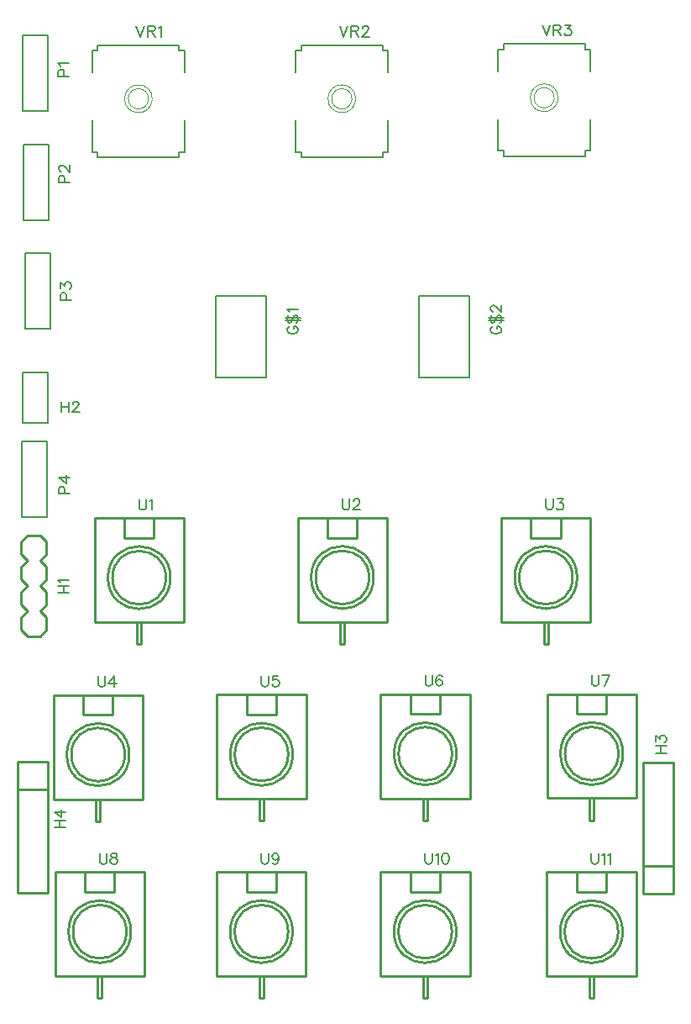
<source format=gto>
G04 ---------------------------- Layer name :TOP SILK LAYER*
G04 EasyEDA v5.6.10, Fri, 20 Jul 2018 15:00:38 GMT*
G04 107905ebd11d4209b34b6b689eea119d*
G04 Gerber Generator version 0.2*
G04 Scale: 100 percent, Rotated: No, Reflected: No *
G04 Dimensions in millimeters *
G04 leading zeros omitted , absolute positions ,3 integer and 3 decimal *
%FSLAX33Y33*%
%MOMM*%
G90*
G71D02*

%ADD10C,0.254000*%
%ADD23C,0.203200*%
%ADD24C,0.127000*%
%ADD25C,0.202999*%
%ADD26C,0.050800*%
%ADD27C,0.177800*%

%LPD*%
G54D23*
G01X7945Y97038D02*
G01X7945Y99238D01*
G01X8495Y99238D01*
G01X8495Y99788D01*
G01X16695Y99788D01*
G01X16695Y99238D01*
G01X17245Y99238D01*
G01X17245Y97038D01*
G01X17245Y92238D02*
G01X17245Y89038D01*
G01X16695Y89038D01*
G01X16695Y88488D01*
G01X8495Y88488D01*
G01X8495Y89038D01*
G01X7945Y89038D01*
G01X7945Y92238D01*
G01X28453Y97038D02*
G01X28453Y99238D01*
G01X29003Y99238D01*
G01X29003Y99788D01*
G01X37203Y99788D01*
G01X37203Y99238D01*
G01X37753Y99238D01*
G01X37753Y97038D01*
G01X37753Y92238D02*
G01X37753Y89038D01*
G01X37203Y89038D01*
G01X37203Y88488D01*
G01X29003Y88488D01*
G01X29003Y89038D01*
G01X28453Y89038D01*
G01X28453Y92238D01*
G01X48859Y97140D02*
G01X48859Y99340D01*
G01X49409Y99340D01*
G01X49409Y99890D01*
G01X57609Y99890D01*
G01X57609Y99340D01*
G01X58160Y99340D01*
G01X58160Y97140D01*
G01X58160Y92340D02*
G01X58160Y89140D01*
G01X57609Y89140D01*
G01X57609Y88590D01*
G01X49409Y88590D01*
G01X49409Y89140D01*
G01X48859Y89140D01*
G01X48859Y92340D01*
G54D24*
G01X25438Y74559D02*
G01X25438Y66359D01*
G01X20358Y66359D01*
G01X20358Y74559D01*
G01X25438Y74559D01*
G01X45938Y74559D02*
G01X45938Y66359D01*
G01X40858Y66359D01*
G01X40858Y74559D01*
G01X45938Y74559D01*
G54D23*
G01X910Y66832D02*
G01X3450Y66832D01*
G01X3450Y61752D01*
G01X910Y61752D01*
G01X910Y63657D01*
G54D25*
G01X910Y66832D02*
G01X910Y63657D01*
G54D23*
G01X942Y95088D02*
G01X942Y93183D01*
G01X3482Y93183D01*
G01X3482Y100803D01*
G01X942Y100803D01*
G54D25*
G01X942Y100803D02*
G01X942Y95088D01*
G54D23*
G01X995Y84039D02*
G01X995Y82134D01*
G01X3535Y82134D01*
G01X3535Y89754D01*
G01X995Y89754D01*
G54D25*
G01X995Y89754D02*
G01X995Y84039D01*
G54D23*
G01X1175Y73117D02*
G01X1175Y71212D01*
G01X3715Y71212D01*
G01X3715Y78832D01*
G01X1175Y78832D01*
G54D25*
G01X1175Y78832D02*
G01X1175Y73117D01*
G54D23*
G01X3386Y57967D02*
G01X3386Y59872D01*
G01X846Y59872D01*
G01X846Y52252D01*
G01X3386Y52252D01*
G54D25*
G01X3386Y52252D02*
G01X3386Y57967D01*
G54D10*
G01X17165Y52155D02*
G01X17165Y41665D01*
G01X12872Y41665D01*
G01X8173Y41665D01*
G01X8173Y52155D01*
G01X11170Y52155D01*
G01X14168Y52155D01*
G01X17165Y52155D01*
G01X11170Y52155D02*
G01X11170Y50148D01*
G01X14168Y50148D01*
G01X14168Y52155D01*
G01X12466Y41563D02*
G01X12466Y39455D01*
G01X12872Y39455D01*
G01X12872Y41665D01*
G01X37658Y52173D02*
G01X37658Y41682D01*
G01X33365Y41682D01*
G01X28666Y41682D01*
G01X28666Y52173D01*
G01X31663Y52173D01*
G01X34660Y52173D01*
G01X37658Y52173D01*
G01X31663Y52173D02*
G01X31663Y50166D01*
G01X34660Y50166D01*
G01X34660Y52173D01*
G01X32959Y41581D02*
G01X32959Y39473D01*
G01X33365Y39473D01*
G01X33365Y41682D01*
G01X58181Y52173D02*
G01X58181Y41682D01*
G01X53888Y41682D01*
G01X49189Y41682D01*
G01X49189Y52173D01*
G01X52186Y52173D01*
G01X55184Y52173D01*
G01X58181Y52173D01*
G01X52186Y52173D02*
G01X52186Y50166D01*
G01X55184Y50166D01*
G01X55184Y52173D01*
G01X53482Y41581D02*
G01X53482Y39473D01*
G01X53888Y39473D01*
G01X53888Y41682D01*
G01X13021Y34333D02*
G01X13021Y23843D01*
G01X8728Y23843D01*
G01X4029Y23843D01*
G01X4029Y34333D01*
G01X7026Y34333D01*
G01X10023Y34333D01*
G01X13021Y34333D01*
G01X7026Y34333D02*
G01X7026Y32327D01*
G01X10023Y32327D01*
G01X10023Y34333D01*
G01X8322Y23742D02*
G01X8322Y21633D01*
G01X8728Y21633D01*
G01X8728Y23843D01*
G01X29503Y34367D02*
G01X29503Y23877D01*
G01X25211Y23877D01*
G01X20512Y23877D01*
G01X20512Y34367D01*
G01X23509Y34367D01*
G01X26506Y34367D01*
G01X29503Y34367D01*
G01X23509Y34367D02*
G01X23509Y32361D01*
G01X26506Y32361D01*
G01X26506Y34367D01*
G01X24804Y23775D02*
G01X24804Y21667D01*
G01X25211Y21667D01*
G01X25211Y23877D01*
G01X46019Y34418D02*
G01X46019Y23928D01*
G01X41727Y23928D01*
G01X37028Y23928D01*
G01X37028Y34418D01*
G01X40025Y34418D01*
G01X43022Y34418D01*
G01X46019Y34418D01*
G01X40025Y34418D02*
G01X40025Y32411D01*
G01X43022Y32411D01*
G01X43022Y34418D01*
G01X41320Y23826D02*
G01X41320Y21718D01*
G01X41727Y21718D01*
G01X41727Y23928D01*
G01X62798Y34436D02*
G01X62798Y23946D01*
G01X58506Y23946D01*
G01X53807Y23946D01*
G01X53807Y34436D01*
G01X56804Y34436D01*
G01X59801Y34436D01*
G01X62798Y34436D01*
G01X56804Y34436D02*
G01X56804Y32429D01*
G01X59801Y32429D01*
G01X59801Y34436D01*
G01X58099Y23844D02*
G01X58099Y21736D01*
G01X58506Y21736D01*
G01X58506Y23946D01*
G01X13190Y16503D02*
G01X13190Y6013D01*
G01X8897Y6013D01*
G01X4198Y6013D01*
G01X4198Y16503D01*
G01X7195Y16503D01*
G01X10193Y16503D01*
G01X13190Y16503D01*
G01X7195Y16503D02*
G01X7195Y14497D01*
G01X10193Y14497D01*
G01X10193Y16503D01*
G01X8491Y5912D02*
G01X8491Y3803D01*
G01X8897Y3803D01*
G01X8897Y6013D01*
G01X29497Y16503D02*
G01X29497Y6013D01*
G01X25204Y6013D01*
G01X20505Y6013D01*
G01X20505Y16503D01*
G01X23502Y16503D01*
G01X26499Y16503D01*
G01X29497Y16503D01*
G01X23502Y16503D02*
G01X23502Y14497D01*
G01X26499Y14497D01*
G01X26499Y16503D01*
G01X24798Y5912D02*
G01X24798Y3803D01*
G01X25204Y3803D01*
G01X25204Y6013D01*
G01X46009Y16503D02*
G01X46009Y6013D01*
G01X41716Y6013D01*
G01X37017Y6013D01*
G01X37017Y16503D01*
G01X40015Y16503D01*
G01X43012Y16503D01*
G01X46009Y16503D01*
G01X40015Y16503D02*
G01X40015Y14497D01*
G01X43012Y14497D01*
G01X43012Y16503D01*
G01X41310Y5912D02*
G01X41310Y3803D01*
G01X41716Y3803D01*
G01X41716Y6013D01*
G01X62773Y16493D02*
G01X62773Y6003D01*
G01X58480Y6003D01*
G01X53781Y6003D01*
G01X53781Y16493D01*
G01X56779Y16493D01*
G01X59776Y16493D01*
G01X62773Y16493D01*
G01X56779Y16493D02*
G01X56779Y14487D01*
G01X59776Y14487D01*
G01X59776Y16493D01*
G01X58074Y5901D02*
G01X58074Y3793D01*
G01X58480Y3793D01*
G01X58480Y6003D01*
G01X1413Y42789D02*
G01X778Y43424D01*
G01X778Y44694D01*
G01X1413Y45329D01*
G01X2683Y45329D02*
G01X3318Y45964D01*
G01X3318Y47234D01*
G01X2683Y47869D01*
G01X1413Y45329D02*
G01X778Y45964D01*
G01X778Y47234D01*
G01X1413Y47869D01*
G01X2683Y40249D02*
G01X1413Y40249D01*
G01X2683Y47869D02*
G01X3318Y48504D01*
G01X3318Y49774D01*
G01X2683Y50409D01*
G01X1413Y47869D02*
G01X778Y48504D01*
G01X778Y49774D01*
G01X1413Y50409D01*
G01X2683Y50409D02*
G01X1413Y50409D01*
G01X2683Y40249D02*
G01X3318Y40884D01*
G01X3318Y42154D01*
G01X2683Y42789D01*
G01X1413Y40249D02*
G01X778Y40884D01*
G01X778Y42154D01*
G01X1413Y42789D01*
G01X2683Y42789D02*
G01X3318Y43424D01*
G01X3318Y44694D01*
G01X2683Y45329D01*
G01X63490Y14353D02*
G01X63490Y27561D01*
G01X66538Y27561D01*
G01X66538Y14353D01*
G01X63490Y14353D01*
G01X63490Y17147D02*
G01X66538Y17147D01*
G01X3471Y27591D02*
G01X3471Y14383D01*
G01X423Y14383D01*
G01X423Y27591D01*
G01X3471Y27591D01*
G01X3471Y24797D02*
G01X423Y24797D01*
G54D27*
G01X12381Y101727D02*
G01X12798Y100637D01*
G01X13212Y101727D02*
G01X12798Y100637D01*
G01X13555Y101727D02*
G01X13555Y100637D01*
G01X13555Y101727D02*
G01X14022Y101727D01*
G01X14179Y101676D01*
G01X14230Y101625D01*
G01X14284Y101521D01*
G01X14284Y101417D01*
G01X14230Y101312D01*
G01X14179Y101259D01*
G01X14022Y101208D01*
G01X13555Y101208D01*
G01X13918Y101208D02*
G01X14284Y100637D01*
G01X14626Y101521D02*
G01X14731Y101572D01*
G01X14886Y101727D01*
G01X14886Y100637D01*
G01X32889Y101727D02*
G01X33306Y100637D01*
G01X33720Y101727D02*
G01X33306Y100637D01*
G01X34063Y101727D02*
G01X34063Y100637D01*
G01X34063Y101727D02*
G01X34530Y101727D01*
G01X34687Y101676D01*
G01X34738Y101625D01*
G01X34792Y101521D01*
G01X34792Y101417D01*
G01X34738Y101312D01*
G01X34687Y101259D01*
G01X34530Y101208D01*
G01X34063Y101208D01*
G01X34426Y101208D02*
G01X34792Y100637D01*
G01X35185Y101467D02*
G01X35185Y101521D01*
G01X35239Y101625D01*
G01X35289Y101676D01*
G01X35394Y101727D01*
G01X35602Y101727D01*
G01X35706Y101676D01*
G01X35757Y101625D01*
G01X35810Y101521D01*
G01X35810Y101417D01*
G01X35757Y101312D01*
G01X35653Y101155D01*
G01X35134Y100637D01*
G01X35861Y100637D01*
G01X53295Y101828D02*
G01X53712Y100738D01*
G01X54126Y101828D02*
G01X53712Y100738D01*
G01X54469Y101828D02*
G01X54469Y100738D01*
G01X54469Y101828D02*
G01X54936Y101828D01*
G01X55094Y101777D01*
G01X55145Y101727D01*
G01X55198Y101622D01*
G01X55198Y101518D01*
G01X55145Y101414D01*
G01X55094Y101361D01*
G01X54936Y101310D01*
G01X54469Y101310D01*
G01X54832Y101310D02*
G01X55198Y100738D01*
G01X55645Y101828D02*
G01X56216Y101828D01*
G01X55904Y101414D01*
G01X56059Y101414D01*
G01X56163Y101361D01*
G01X56216Y101310D01*
G01X56267Y101155D01*
G01X56267Y101051D01*
G01X56216Y100893D01*
G01X56112Y100789D01*
G01X55955Y100738D01*
G01X55800Y100738D01*
G01X55645Y100789D01*
G01X55592Y100843D01*
G01X55541Y100947D01*
G01X27869Y71493D02*
G01X27764Y71440D01*
G01X27660Y71336D01*
G01X27610Y71234D01*
G01X27610Y71026D01*
G01X27660Y70922D01*
G01X27764Y70817D01*
G01X27869Y70764D01*
G01X28024Y70713D01*
G01X28283Y70713D01*
G01X28440Y70764D01*
G01X28544Y70817D01*
G01X28648Y70922D01*
G01X28699Y71026D01*
G01X28699Y71234D01*
G01X28648Y71336D01*
G01X28544Y71440D01*
G01X28440Y71493D01*
G01X28283Y71493D01*
G01X28283Y71234D02*
G01X28283Y71493D01*
G01X27401Y72095D02*
G01X28907Y72095D01*
G01X27401Y72303D02*
G01X28907Y72303D01*
G01X27764Y72562D02*
G01X27660Y72458D01*
G01X27610Y72303D01*
G01X27610Y72095D01*
G01X27660Y71940D01*
G01X27764Y71836D01*
G01X27869Y71836D01*
G01X27973Y71887D01*
G01X28024Y71940D01*
G01X28077Y72044D01*
G01X28181Y72354D01*
G01X28232Y72458D01*
G01X28283Y72512D01*
G01X28387Y72562D01*
G01X28544Y72562D01*
G01X28648Y72458D01*
G01X28699Y72303D01*
G01X28699Y72095D01*
G01X28648Y71940D01*
G01X28544Y71836D01*
G01X27815Y72905D02*
G01X27764Y73010D01*
G01X27610Y73164D01*
G01X28699Y73164D01*
G01X48369Y71493D02*
G01X48264Y71440D01*
G01X48160Y71336D01*
G01X48110Y71234D01*
G01X48110Y71026D01*
G01X48160Y70922D01*
G01X48264Y70817D01*
G01X48369Y70764D01*
G01X48524Y70713D01*
G01X48783Y70713D01*
G01X48940Y70764D01*
G01X49044Y70817D01*
G01X49148Y70922D01*
G01X49199Y71026D01*
G01X49199Y71234D01*
G01X49148Y71336D01*
G01X49044Y71440D01*
G01X48940Y71493D01*
G01X48783Y71493D01*
G01X48783Y71234D02*
G01X48783Y71493D01*
G01X47901Y72095D02*
G01X49407Y72095D01*
G01X47901Y72303D02*
G01X49407Y72303D01*
G01X48264Y72562D02*
G01X48160Y72458D01*
G01X48110Y72303D01*
G01X48110Y72095D01*
G01X48160Y71940D01*
G01X48264Y71836D01*
G01X48369Y71836D01*
G01X48473Y71887D01*
G01X48524Y71940D01*
G01X48577Y72044D01*
G01X48681Y72354D01*
G01X48732Y72458D01*
G01X48783Y72512D01*
G01X48887Y72562D01*
G01X49044Y72562D01*
G01X49148Y72458D01*
G01X49199Y72303D01*
G01X49199Y72095D01*
G01X49148Y71940D01*
G01X49044Y71836D01*
G01X48369Y72959D02*
G01X48315Y72959D01*
G01X48211Y73010D01*
G01X48160Y73063D01*
G01X48110Y73164D01*
G01X48110Y73373D01*
G01X48160Y73477D01*
G01X48211Y73530D01*
G01X48315Y73581D01*
G01X48419Y73581D01*
G01X48524Y73530D01*
G01X48681Y73426D01*
G01X49199Y72905D01*
G01X49199Y73634D01*
G01X4847Y63899D02*
G01X4847Y62809D01*
G01X5574Y63899D02*
G01X5574Y62809D01*
G01X4847Y63381D02*
G01X5574Y63381D01*
G01X5970Y63640D02*
G01X5970Y63693D01*
G01X6021Y63797D01*
G01X6074Y63848D01*
G01X6178Y63899D01*
G01X6384Y63899D01*
G01X6488Y63848D01*
G01X6542Y63797D01*
G01X6592Y63693D01*
G01X6592Y63589D01*
G01X6542Y63485D01*
G01X6438Y63327D01*
G01X5917Y62809D01*
G01X6646Y62809D01*
G01X4511Y96612D02*
G01X5601Y96612D01*
G01X4511Y96612D02*
G01X4511Y97080D01*
G01X4562Y97235D01*
G01X4613Y97288D01*
G01X4717Y97339D01*
G01X4874Y97339D01*
G01X4979Y97288D01*
G01X5029Y97235D01*
G01X5083Y97080D01*
G01X5083Y96612D01*
G01X4717Y97682D02*
G01X4666Y97786D01*
G01X4511Y97943D01*
G01X5601Y97943D01*
G01X4564Y85944D02*
G01X5654Y85944D01*
G01X4564Y85944D02*
G01X4564Y86412D01*
G01X4615Y86567D01*
G01X4666Y86620D01*
G01X4770Y86671D01*
G01X4927Y86671D01*
G01X5031Y86620D01*
G01X5082Y86567D01*
G01X5136Y86412D01*
G01X5136Y85944D01*
G01X4823Y87067D02*
G01X4770Y87067D01*
G01X4666Y87118D01*
G01X4615Y87171D01*
G01X4564Y87275D01*
G01X4564Y87481D01*
G01X4615Y87585D01*
G01X4666Y87639D01*
G01X4770Y87689D01*
G01X4874Y87689D01*
G01X4978Y87639D01*
G01X5136Y87534D01*
G01X5654Y87014D01*
G01X5654Y87743D01*
G01X4744Y74133D02*
G01X5834Y74133D01*
G01X4744Y74133D02*
G01X4744Y74601D01*
G01X4795Y74756D01*
G01X4846Y74809D01*
G01X4950Y74860D01*
G01X5107Y74860D01*
G01X5211Y74809D01*
G01X5262Y74756D01*
G01X5316Y74601D01*
G01X5316Y74133D01*
G01X4744Y75307D02*
G01X4744Y75878D01*
G01X5158Y75568D01*
G01X5158Y75723D01*
G01X5211Y75828D01*
G01X5262Y75878D01*
G01X5417Y75932D01*
G01X5521Y75932D01*
G01X5679Y75878D01*
G01X5783Y75774D01*
G01X5834Y75619D01*
G01X5834Y75464D01*
G01X5783Y75307D01*
G01X5730Y75256D01*
G01X5625Y75203D01*
G01X4585Y54623D02*
G01X5674Y54623D01*
G01X4585Y54623D02*
G01X4585Y55090D01*
G01X4635Y55245D01*
G01X4686Y55298D01*
G01X4790Y55349D01*
G01X4948Y55349D01*
G01X5052Y55298D01*
G01X5103Y55245D01*
G01X5156Y55090D01*
G01X5156Y54623D01*
G01X4585Y56213D02*
G01X5311Y55692D01*
G01X5311Y56472D01*
G01X4585Y56213D02*
G01X5674Y56213D01*
G01X12669Y54073D02*
G01X12669Y53296D01*
G01X12720Y53139D01*
G01X12824Y53034D01*
G01X12982Y52984D01*
G01X13086Y52984D01*
G01X13241Y53034D01*
G01X13345Y53139D01*
G01X13396Y53296D01*
G01X13396Y54073D01*
G01X13739Y53868D02*
G01X13843Y53918D01*
G01X14000Y54073D01*
G01X14000Y52984D01*
G01X33161Y54089D02*
G01X33161Y53312D01*
G01X33212Y53155D01*
G01X33316Y53050D01*
G01X33474Y53000D01*
G01X33578Y53000D01*
G01X33733Y53050D01*
G01X33837Y53155D01*
G01X33888Y53312D01*
G01X33888Y54089D01*
G01X34284Y53830D02*
G01X34284Y53884D01*
G01X34335Y53988D01*
G01X34388Y54039D01*
G01X34492Y54089D01*
G01X34698Y54089D01*
G01X34802Y54039D01*
G01X34855Y53988D01*
G01X34906Y53884D01*
G01X34906Y53779D01*
G01X34855Y53675D01*
G01X34751Y53518D01*
G01X34231Y53000D01*
G01X34960Y53000D01*
G01X53685Y54089D02*
G01X53685Y53312D01*
G01X53736Y53155D01*
G01X53840Y53050D01*
G01X53998Y53000D01*
G01X54102Y53000D01*
G01X54257Y53050D01*
G01X54361Y53155D01*
G01X54412Y53312D01*
G01X54412Y54089D01*
G01X54859Y54089D02*
G01X55430Y54089D01*
G01X55120Y53675D01*
G01X55275Y53675D01*
G01X55379Y53622D01*
G01X55430Y53571D01*
G01X55484Y53416D01*
G01X55484Y53312D01*
G01X55430Y53155D01*
G01X55326Y53050D01*
G01X55171Y53000D01*
G01X55016Y53000D01*
G01X54859Y53050D01*
G01X54808Y53104D01*
G01X54755Y53208D01*
G01X8526Y36252D02*
G01X8526Y35475D01*
G01X8576Y35317D01*
G01X8681Y35213D01*
G01X8838Y35162D01*
G01X8942Y35162D01*
G01X9097Y35213D01*
G01X9201Y35317D01*
G01X9252Y35475D01*
G01X9252Y36252D01*
G01X10116Y36252D02*
G01X9595Y35526D01*
G01X10375Y35526D01*
G01X10116Y36252D02*
G01X10116Y35162D01*
G01X25007Y36286D02*
G01X25007Y35509D01*
G01X25058Y35351D01*
G01X25162Y35247D01*
G01X25319Y35196D01*
G01X25424Y35196D01*
G01X25578Y35247D01*
G01X25683Y35351D01*
G01X25733Y35509D01*
G01X25733Y36286D01*
G01X26701Y36286D02*
G01X26180Y36286D01*
G01X26130Y35819D01*
G01X26180Y35872D01*
G01X26338Y35923D01*
G01X26493Y35923D01*
G01X26648Y35872D01*
G01X26752Y35768D01*
G01X26805Y35613D01*
G01X26805Y35509D01*
G01X26752Y35351D01*
G01X26648Y35247D01*
G01X26493Y35196D01*
G01X26338Y35196D01*
G01X26180Y35247D01*
G01X26130Y35300D01*
G01X26076Y35405D01*
G01X41523Y36337D02*
G01X41523Y35560D01*
G01X41574Y35402D01*
G01X41678Y35298D01*
G01X41836Y35247D01*
G01X41940Y35247D01*
G01X42095Y35298D01*
G01X42199Y35402D01*
G01X42250Y35560D01*
G01X42250Y36337D01*
G01X43218Y36182D02*
G01X43164Y36286D01*
G01X43009Y36337D01*
G01X42905Y36337D01*
G01X42750Y36286D01*
G01X42646Y36131D01*
G01X42593Y35869D01*
G01X42593Y35610D01*
G01X42646Y35402D01*
G01X42750Y35298D01*
G01X42905Y35247D01*
G01X42959Y35247D01*
G01X43113Y35298D01*
G01X43218Y35402D01*
G01X43268Y35560D01*
G01X43268Y35610D01*
G01X43218Y35765D01*
G01X43113Y35869D01*
G01X42959Y35923D01*
G01X42905Y35923D01*
G01X42750Y35869D01*
G01X42646Y35765D01*
G01X42593Y35610D01*
G01X58301Y36353D02*
G01X58301Y35576D01*
G01X58352Y35418D01*
G01X58456Y35314D01*
G01X58614Y35263D01*
G01X58718Y35263D01*
G01X58873Y35314D01*
G01X58977Y35418D01*
G01X59028Y35576D01*
G01X59028Y36353D01*
G01X60100Y36353D02*
G01X59579Y35263D01*
G01X59371Y36353D02*
G01X60100Y36353D01*
G01X8695Y18422D02*
G01X8695Y17645D01*
G01X8745Y17488D01*
G01X8850Y17384D01*
G01X9007Y17333D01*
G01X9111Y17333D01*
G01X9266Y17384D01*
G01X9370Y17488D01*
G01X9421Y17645D01*
G01X9421Y18422D01*
G01X10026Y18422D02*
G01X9868Y18372D01*
G01X9817Y18267D01*
G01X9817Y18163D01*
G01X9868Y18059D01*
G01X9972Y18008D01*
G01X10181Y17955D01*
G01X10336Y17904D01*
G01X10440Y17800D01*
G01X10493Y17696D01*
G01X10493Y17541D01*
G01X10440Y17437D01*
G01X10389Y17384D01*
G01X10231Y17333D01*
G01X10026Y17333D01*
G01X9868Y17384D01*
G01X9817Y17437D01*
G01X9764Y17541D01*
G01X9764Y17696D01*
G01X9817Y17800D01*
G01X9922Y17904D01*
G01X10076Y17955D01*
G01X10285Y18008D01*
G01X10389Y18059D01*
G01X10440Y18163D01*
G01X10440Y18267D01*
G01X10389Y18372D01*
G01X10231Y18422D01*
G01X10026Y18422D01*
G01X24999Y18422D02*
G01X24999Y17645D01*
G01X25050Y17488D01*
G01X25154Y17384D01*
G01X25312Y17333D01*
G01X25416Y17333D01*
G01X25571Y17384D01*
G01X25675Y17488D01*
G01X25726Y17645D01*
G01X25726Y18422D01*
G01X26744Y18059D02*
G01X26694Y17904D01*
G01X26589Y17800D01*
G01X26435Y17749D01*
G01X26381Y17749D01*
G01X26226Y17800D01*
G01X26122Y17904D01*
G01X26069Y18059D01*
G01X26069Y18112D01*
G01X26122Y18267D01*
G01X26226Y18372D01*
G01X26381Y18422D01*
G01X26435Y18422D01*
G01X26589Y18372D01*
G01X26694Y18267D01*
G01X26744Y18059D01*
G01X26744Y17800D01*
G01X26694Y17541D01*
G01X26589Y17384D01*
G01X26435Y17333D01*
G01X26330Y17333D01*
G01X26173Y17384D01*
G01X26122Y17488D01*
G01X41514Y18422D02*
G01X41514Y17645D01*
G01X41565Y17488D01*
G01X41669Y17384D01*
G01X41826Y17333D01*
G01X41931Y17333D01*
G01X42086Y17384D01*
G01X42190Y17488D01*
G01X42240Y17645D01*
G01X42240Y18422D01*
G01X42583Y18217D02*
G01X42688Y18267D01*
G01X42845Y18422D01*
G01X42845Y17333D01*
G01X43498Y18422D02*
G01X43343Y18372D01*
G01X43239Y18217D01*
G01X43188Y17955D01*
G01X43188Y17800D01*
G01X43239Y17541D01*
G01X43343Y17384D01*
G01X43498Y17333D01*
G01X43602Y17333D01*
G01X43759Y17384D01*
G01X43864Y17541D01*
G01X43914Y17800D01*
G01X43914Y17955D01*
G01X43864Y18217D01*
G01X43759Y18372D01*
G01X43602Y18422D01*
G01X43498Y18422D01*
G01X58278Y18411D02*
G01X58278Y17634D01*
G01X58329Y17477D01*
G01X58433Y17373D01*
G01X58590Y17322D01*
G01X58695Y17322D01*
G01X58850Y17373D01*
G01X58954Y17477D01*
G01X59004Y17634D01*
G01X59004Y18411D01*
G01X59347Y18206D02*
G01X59452Y18257D01*
G01X59609Y18411D01*
G01X59609Y17322D01*
G01X59952Y18206D02*
G01X60056Y18257D01*
G01X60211Y18411D01*
G01X60211Y17322D01*
G01X4516Y44610D02*
G01X5606Y44610D01*
G01X4516Y45336D02*
G01X5606Y45336D01*
G01X5034Y44610D02*
G01X5034Y45336D01*
G01X4722Y45679D02*
G01X4671Y45783D01*
G01X4516Y45941D01*
G01X5606Y45941D01*
G01X64747Y28476D02*
G01X65837Y28476D01*
G01X64747Y29202D02*
G01X65837Y29202D01*
G01X65265Y28476D02*
G01X65265Y29202D01*
G01X64747Y29650D02*
G01X64747Y30221D01*
G01X65161Y29911D01*
G01X65161Y30066D01*
G01X65215Y30170D01*
G01X65265Y30221D01*
G01X65420Y30274D01*
G01X65524Y30274D01*
G01X65682Y30221D01*
G01X65786Y30117D01*
G01X65837Y29962D01*
G01X65837Y29807D01*
G01X65786Y29650D01*
G01X65733Y29599D01*
G01X65629Y29545D01*
G01X4119Y20987D02*
G01X5208Y20987D01*
G01X4119Y21714D02*
G01X5208Y21714D01*
G01X4637Y20987D02*
G01X4637Y21714D01*
G01X4119Y22577D02*
G01X4845Y22057D01*
G01X4845Y22836D01*
G01X4119Y22577D02*
G01X5208Y22577D01*
G54D26*
G75*
G01X13992Y94389D02*
G3X13987Y94264I-1397J-2D01*
G01*
G75*
G01X13611Y94389D02*
G3X13608Y94298I-1016J-2D01*
G01*
G75*
G01X34500Y94389D02*
G3X34495Y94264I-1397J-2D01*
G01*
G75*
G01X34119Y94389D02*
G3X34116Y94298I-1016J-2D01*
G01*
G75*
G01X54907Y94490D02*
G3X54901Y94366I-1397J-2D01*
G01*
G75*
G01X54526Y94490D02*
G3X54522Y94400I-1016J-2D01*
G01*
G54D10*
G75*
G01X15819Y46161D02*
G03X15819Y46161I-3150J0D01*
G01*
G75*
G01X15362Y46161D02*
G03X15362Y46161I-2692J0D01*
G01*
G75*
G01X36312Y46179D02*
G03X36312Y46179I-3150J0D01*
G01*
G75*
G01X35855Y46179D02*
G03X35855Y46179I-2692J0D01*
G01*
G75*
G01X56835Y46179D02*
G03X56835Y46179I-3150J0D01*
G01*
G75*
G01X56378Y46179D02*
G03X56378Y46179I-2692J0D01*
G01*
G75*
G01X11675Y28340D02*
G03X11675Y28340I-3150J0D01*
G01*
G75*
G01X11218Y28340D02*
G03X11218Y28340I-2692J0D01*
G01*
G75*
G01X28158Y28373D02*
G03X28158Y28373I-3150J0D01*
G01*
G75*
G01X27700Y28373D02*
G03X27700Y28373I-2692J0D01*
G01*
G75*
G01X44674Y28424D02*
G03X44674Y28424I-3150J0D01*
G01*
G75*
G01X44216Y28424D02*
G03X44216Y28424I-2692J0D01*
G01*
G75*
G01X61453Y28442D02*
G03X61453Y28442I-3150J0D01*
G01*
G75*
G01X60996Y28442D02*
G03X60996Y28442I-2692J0D01*
G01*
G75*
G01X11844Y10510D02*
G03X11844Y10510I-3150J0D01*
G01*
G75*
G01X11387Y10510D02*
G03X11387Y10510I-2692J0D01*
G01*
G75*
G01X28151Y10510D02*
G03X28151Y10510I-3150J0D01*
G01*
G75*
G01X27694Y10510D02*
G03X27694Y10510I-2692J0D01*
G01*
G75*
G01X44663Y10510D02*
G03X44663Y10510I-3150J0D01*
G01*
G75*
G01X44206Y10510D02*
G03X44206Y10510I-2692J0D01*
G01*
G75*
G01X61427Y10499D02*
G03X61427Y10499I-3150J0D01*
G01*
G75*
G01X60970Y10499D02*
G03X60970Y10499I-2692J0D01*
G01*
M00*
M02*

</source>
